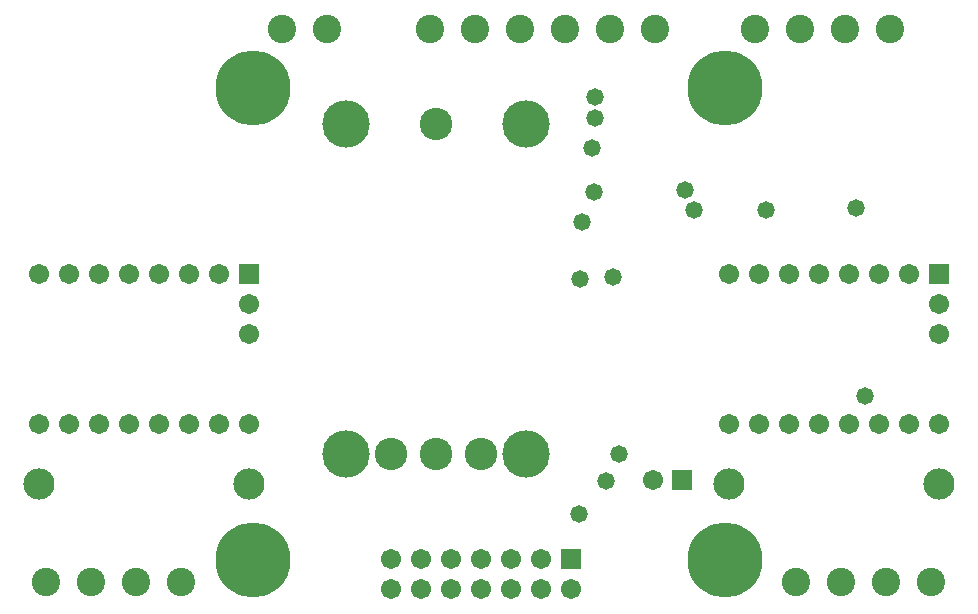
<source format=gbs>
%FSLAX24Y24*%
%MOIN*%
G70*
G01*
G75*
G04 Layer_Color=16711935*
%ADD10O,0.0138X0.0787*%
%ADD11R,0.0512X0.0709*%
%ADD12R,0.0335X0.0157*%
%ADD13R,0.0472X0.0551*%
%ADD14R,0.0591X0.0236*%
%ADD15R,0.0551X0.0472*%
%ADD16R,0.0374X0.0748*%
%ADD17R,0.2165X0.2717*%
%ADD18R,0.0984X0.2559*%
%ADD19R,0.0394X0.0551*%
%ADD20C,0.0120*%
%ADD21C,0.0250*%
%ADD22C,0.0500*%
%ADD23C,0.0080*%
%ADD24C,0.1000*%
%ADD25R,0.0591X0.0591*%
%ADD26C,0.0591*%
%ADD27C,0.0866*%
%ADD28C,0.2500*%
%ADD29C,0.1500*%
%ADD30C,0.1000*%
%ADD31R,0.0591X0.0591*%
%ADD32C,0.0500*%
%ADD33C,0.0236*%
%ADD34C,0.0098*%
%ADD35C,0.0079*%
%ADD36C,0.0100*%
%ADD37C,0.0197*%
%ADD38C,0.0150*%
%ADD39C,0.0200*%
%ADD40O,0.0218X0.0867*%
%ADD41R,0.0592X0.0789*%
%ADD42R,0.0415X0.0237*%
%ADD43R,0.0552X0.0631*%
%ADD44R,0.0671X0.0316*%
%ADD45R,0.0631X0.0552*%
%ADD46R,0.0454X0.0828*%
%ADD47R,0.2245X0.2797*%
%ADD48R,0.1064X0.2639*%
%ADD49R,0.0474X0.0631*%
%ADD50R,0.0671X0.0671*%
%ADD51C,0.0671*%
%ADD52C,0.0946*%
%ADD53C,0.1580*%
%ADD54C,0.1080*%
%ADD55C,0.1040*%
%ADD56R,0.0671X0.0671*%
%ADD57C,0.0580*%
D28*
X7874Y1969D02*
D03*
X23622D02*
D03*
X7874Y17717D02*
D03*
X23622D02*
D03*
D50*
X22200Y4650D02*
D03*
X18500Y2000D02*
D03*
D51*
X21216Y4650D02*
D03*
X18500Y1000D02*
D03*
X17500Y2000D02*
D03*
Y1000D02*
D03*
X16500Y2000D02*
D03*
Y1000D02*
D03*
X15500Y2000D02*
D03*
Y1000D02*
D03*
X14500Y2000D02*
D03*
Y1000D02*
D03*
X13500Y2000D02*
D03*
Y1000D02*
D03*
X12500Y2000D02*
D03*
Y1000D02*
D03*
X6750Y11500D02*
D03*
X5750D02*
D03*
X4750D02*
D03*
X3750D02*
D03*
X2750D02*
D03*
X1750D02*
D03*
X750D02*
D03*
X7750Y6500D02*
D03*
X6750D02*
D03*
X5750D02*
D03*
X4750D02*
D03*
X3750D02*
D03*
X2750D02*
D03*
X1750D02*
D03*
X750D02*
D03*
X7750Y10500D02*
D03*
Y9500D02*
D03*
X29750Y11500D02*
D03*
X28750D02*
D03*
X27750D02*
D03*
X26750D02*
D03*
X25750D02*
D03*
X24750D02*
D03*
X23750D02*
D03*
X30750Y6500D02*
D03*
X29750D02*
D03*
X28750D02*
D03*
X27750D02*
D03*
X26750D02*
D03*
X25750D02*
D03*
X24750D02*
D03*
X23750D02*
D03*
X30750Y10500D02*
D03*
Y9500D02*
D03*
D52*
X5500Y1250D02*
D03*
X4000D02*
D03*
X2500D02*
D03*
X1000D02*
D03*
X30500D02*
D03*
X29000D02*
D03*
X27500D02*
D03*
X26000D02*
D03*
X8858Y19677D02*
D03*
X10358D02*
D03*
X18280D02*
D03*
X16780D02*
D03*
X15280D02*
D03*
X13780D02*
D03*
X19780D02*
D03*
X21280D02*
D03*
X24606D02*
D03*
X26106D02*
D03*
X27606D02*
D03*
X29106D02*
D03*
D53*
X17000Y16500D02*
D03*
X11000D02*
D03*
Y5500D02*
D03*
X17000D02*
D03*
D54*
X14000Y16500D02*
D03*
X12500Y5500D02*
D03*
X14000D02*
D03*
X15500D02*
D03*
D55*
X7750Y4500D02*
D03*
X30750D02*
D03*
X750D02*
D03*
X23750D02*
D03*
D56*
X7750Y11500D02*
D03*
X30750D02*
D03*
D57*
X28000Y13700D02*
D03*
X25000Y13650D02*
D03*
X18850Y13250D02*
D03*
X19250Y14250D02*
D03*
X19200Y15700D02*
D03*
X19300Y17400D02*
D03*
Y16700D02*
D03*
X18750Y3500D02*
D03*
X19650Y4600D02*
D03*
X20100Y5500D02*
D03*
X28300Y7450D02*
D03*
X19900Y11400D02*
D03*
X18800Y11350D02*
D03*
X22600Y13650D02*
D03*
X22300Y14300D02*
D03*
M02*

</source>
